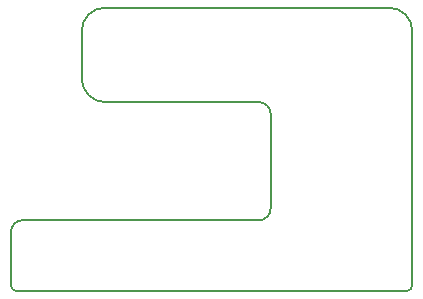
<source format=gko>
G04*
G04 #@! TF.GenerationSoftware,Altium Limited,Altium Designer,22.0.2 (36)*
G04*
G04 Layer_Color=16711935*
%FSLAX25Y25*%
%MOIN*%
G70*
G04*
G04 #@! TF.SameCoordinates,5C43ECB9-E52E-4D68-B8B3-2A23C74EF960*
G04*
G04*
G04 #@! TF.FilePolarity,Positive*
G04*
G01*
G75*
%ADD53C,0.00500*%
D53*
X19685Y59055D02*
G03*
X15748Y62992I-3937J0D01*
G01*
Y23622D02*
G03*
X19685Y27559I0J3937D01*
G01*
X-62992Y23622D02*
G03*
X-66929Y19685I0J-3937D01*
G01*
X66929Y86614D02*
G03*
X59055Y94488I-7874J0D01*
G01*
X-35433Y94488D02*
G03*
X-43307Y86614I-0J-7874D01*
G01*
X-66929Y1969D02*
G03*
X-64961Y-0I1969J-0D01*
G01*
X-43307Y70866D02*
G03*
X-35433Y62992I7874J0D01*
G01*
X64961Y-0D02*
G03*
X66929Y1969I-0J1969D01*
G01*
X-35433Y62992D02*
X15748D01*
X-43307Y70866D02*
Y86614D01*
X-35433Y94488D02*
X59055D01*
X66929Y1969D02*
Y86614D01*
X-62992Y23622D02*
X15748D01*
X-64961Y0D02*
X64961D01*
X19685Y27559D02*
Y59055D01*
X-66929Y1969D02*
Y19685D01*
M02*

</source>
